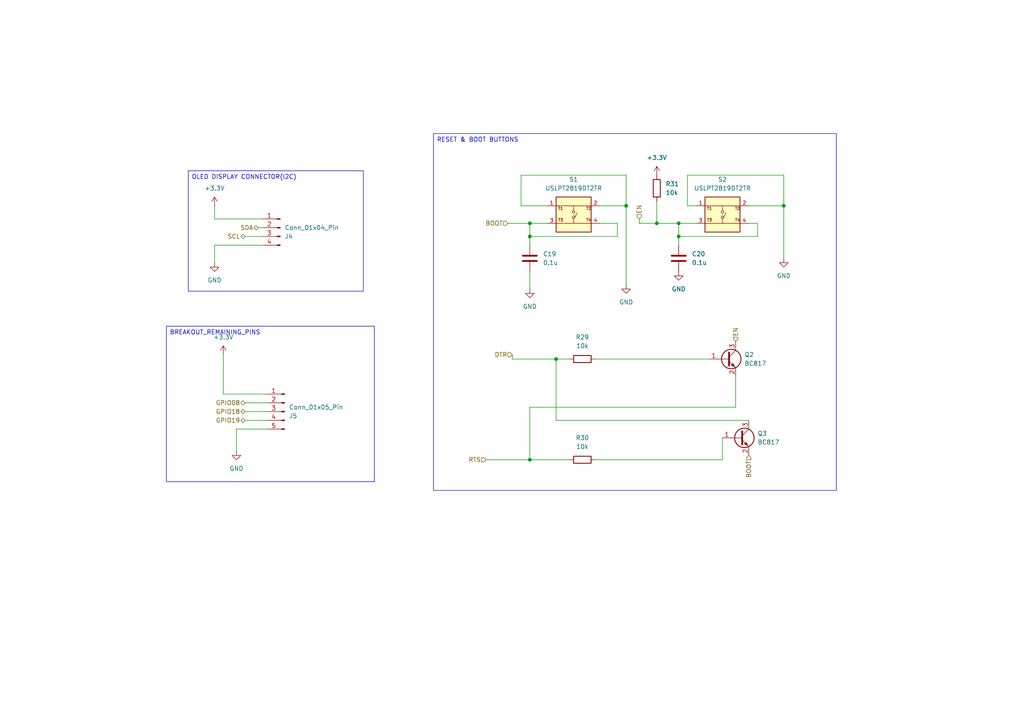
<source format=kicad_sch>
(kicad_sch (version 20250114) (generator "eeschema") (generator_version "9.0")
  (paper "A4")
  (lib_symbols
    (symbol "Connector:Conn_01x04_Pin" (pin_names (offset 1.016) (hide yes))
      (property "Reference" "J" (at 0 5.08 0))
      (property "Value" "Conn_01x04_Pin" (at 0 -7.62 0))
      (symbol "Conn_01x04_Pin_1_1"
        (rectangle (start 0.8636 2.667) (end 0 2.413) (stroke (width 0.1524)) (fill (type outline)))
        (rectangle (start 0.8636 0.127) (end 0 -0.127) (stroke (width 0.1524)) (fill (type outline)))
        (rectangle (start 0.8636 -2.413) (end 0 -2.667) (stroke (width 0.1524)) (fill (type outline)))
        (rectangle (start 0.8636 -4.953) (end 0 -5.207) (stroke (width 0.1524)) (fill (type outline)))
        (polyline (pts (xy 1.27 2.54) (xy 0.8636 2.54)) (stroke (width 0.1524)))
        (polyline (pts (xy 1.27 0) (xy 0.8636 0)) (stroke (width 0.1524)))
        (polyline (pts (xy 1.27 -2.54) (xy 0.8636 -2.54)) (stroke (width 0.1524)))
        (polyline (pts (xy 1.27 -5.08) (xy 0.8636 -5.08)) (stroke (width 0.1524)))
        (pin passive line (at 5.08 2.54 180) (length 3.81) (name "Pin_1") (number "1"))
        (pin passive line (at 5.08 0 180) (length 3.81) (name "Pin_2") (number "2"))
        (pin passive line (at 5.08 -2.54 180) (length 3.81) (name "Pin_3") (number "3"))
        (pin passive line (at 5.08 -5.08 180) (length 3.81) (name "Pin_4") (number "4"))
      )
    )
    (symbol "Connector:Conn_01x05_Pin" (pin_names (offset 1.016) (hide yes))
      (property "Reference" "J" (at 0 7.62 0))
      (property "Value" "Conn_01x05_Pin" (at 0 -7.62 0))
      (symbol "Conn_01x05_Pin_1_1"
        (rectangle (start 0.8636 5.207) (end 0 4.953) (stroke (width 0.1524)) (fill (type outline)))
        (rectangle (start 0.8636 2.667) (end 0 2.413) (stroke (width 0.1524)) (fill (type outline)))
        (rectangle (start 0.8636 0.127) (end 0 -0.127) (stroke (width 0.1524)) (fill (type outline)))
        (rectangle (start 0.8636 -2.413) (end 0 -2.667) (stroke (width 0.1524)) (fill (type outline)))
        (rectangle (start 0.8636 -4.953) (end 0 -5.207) (stroke (width 0.1524)) (fill (type outline)))
        (polyline (pts (xy 1.27 5.08) (xy 0.8636 5.08)) (stroke (width 0.1524)))
        (polyline (pts (xy 1.27 2.54) (xy 0.8636 2.54)) (stroke (width 0.1524)))
        (polyline (pts (xy 1.27 0) (xy 0.8636 0)) (stroke (width 0.1524)))
        (polyline (pts (xy 1.27 -2.54) (xy 0.8636 -2.54)) (stroke (width 0.1524)))
        (polyline (pts (xy 1.27 -5.08) (xy 0.8636 -5.08)) (stroke (width 0.1524)))
        (pin passive line (at 5.08 5.08 180) (length 3.81) (name "Pin_1") (number "1"))
        (pin passive line (at 5.08 2.54 180) (length 3.81) (name "Pin_2") (number "2"))
        (pin passive line (at 5.08 0 180) (length 3.81) (name "Pin_3") (number "3"))
        (pin passive line (at 5.08 -2.54 180) (length 3.81) (name "Pin_4") (number "4"))
        (pin passive line (at 5.08 -5.08 180) (length 3.81) (name "Pin_5") (number "5"))
      )
    )
    (symbol "Device:C" (pin_numbers (hide yes)) (pin_names (offset 0.254))
      (property "Reference" "C" (at 0.635 2.54 0))
      (property "Value" "C" (at 0.635 -2.54 0))
      (symbol "C_0_1"
        (polyline (pts (xy -2.032 0.762) (xy 2.032 0.762)) (stroke (width 0.508)))
        (polyline (pts (xy -2.032 -0.762) (xy 2.032 -0.762)) (stroke (width 0.508)))
      )
      (symbol "C_1_1"
        (pin passive line (at 0 3.81 270) (length 2.794) (name "~") (number "1"))
        (pin passive line (at 0 -3.81 90) (length 2.794) (name "~") (number "2"))
      )
    )
    (symbol "Device:R" (pin_numbers (hide yes)) (pin_names (offset 0))
      (property "Reference" "R" (at 2.032 0 90))
      (property "Value" "R" (at 0 0 90))
      (symbol "R_0_1"
        (rectangle (start -1.016 -2.54) (end 1.016 2.54) (stroke (width 0.254)))
      )
      (symbol "R_1_1"
        (pin passive line (at 0 3.81 270) (length 1.27) (name "~") (number "1"))
        (pin passive line (at 0 -3.81 90) (length 1.27) (name "~") (number "2"))
      )
    )
    (symbol "Transistor_BJT:BC817" (pin_names (offset 0) (hide yes))
      (property "Reference" "Q" (at 5.08 1.905 0))
      (property "Value" "BC817" (at 5.08 0 0))
      (symbol "BC817_0_1"
        (polyline (pts (xy -2.54 0) (xy 0.635 0)))
        (polyline (pts (xy 0.635 1.905) (xy 0.635 -1.905)) (stroke (width 0.508)))
        (circle (center 1.27 0) (radius 2.8194) (stroke (width 0.254)))
      )
      (symbol "BC817_1_1"
        (polyline (pts (xy 0.635 0.635) (xy 2.54 2.54)))
        (polyline (pts (xy 0.635 -0.635) (xy 2.54 -2.54)))
        (polyline (pts (xy 1.27 -1.778) (xy 1.778 -1.27) (xy 2.286 -2.286) (xy 1.27 -1.778)) (fill (type outline)))
        (pin input line (at -5.08 0 0) (length 2.54) (name "B") (number "1"))
        (pin passive line (at 2.54 5.08 270) (length 2.54) (name "C") (number "3"))
        (pin passive line (at 2.54 -5.08 90) (length 2.54) (name "E") (number "2"))
      )
    )
    (symbol "USLPT2819DT2TR:USLPT2819DT2TR" (pin_names (offset 1.016))
      (property "Reference" "S" (at -5.08 5.08 0))
      (property "Value" "USLPT2819DT2TR" (at -5.08 -7.62 0))
      (symbol "USLPT2819DT2TR_0_0"
        (polyline (pts (xy -5.08 2.54) (xy 0 2.54)) (stroke (width 0.1524)))
        (polyline (pts (xy -5.08 -2.54) (xy 0 -2.54)) (stroke (width 0.1524)))
        (rectangle (start -5.08 -5.08) (end 5.08 5.08) (stroke (width 0.254)) (fill (type background)))
        (polyline (pts (xy 0 2.54) (xy 5.08 2.54)) (stroke (width 0.1524)))
        (polyline (pts (xy 0 1.143) (xy 0 2.54)) (stroke (width 0.1524)))
        (circle (center 0 0.762) (radius 0.3592) (stroke (width 0.1524)))
        (circle (center 0 -0.762) (radius 0.3592) (stroke (width 0.1524)))
        (polyline (pts (xy 0 -2.54) (xy 0 -1.143)) (stroke (width 0.1524)))
        (polyline (pts (xy 0 -2.54) (xy 5.08 -2.54)) (stroke (width 0.1524)))
        (polyline (pts (xy 0.254 -1.016) (xy 1.016 0.508)) (stroke (width 0.1524)))
        (text "T1" (at -4.572 1.27 0) (effects (font (size 0.8128 0.8128)) (justify left bottom)))
        (text "T3" (at -4.572 -2.032 0) (effects (font (size 0.8128 0.8128)) (justify left bottom)))
        (text "T2" (at 3.556 1.27 0) (effects (font (size 0.8128 0.8128)) (justify left bottom)))
        (text "T4" (at 3.556 -2.032 0) (effects (font (size 0.8128 0.8128)) (justify left bottom)))
        (pin passive line (at -7.62 2.54 0) (length 2.54) (name "~") (number "1"))
        (pin passive line (at -7.62 -2.54 0) (length 2.54) (name "~") (number "3"))
        (pin passive line (at 7.62 2.54 180) (length 2.54) (name "~") (number "2"))
        (pin passive line (at 7.62 -2.54 180) (length 2.54) (name "~") (number "4"))
      )
    )
    (symbol "power:+3.3V" (power) (pin_numbers (hide yes)) (pin_names (offset 0) (hide yes))
      (property "Value" "+3.3V" (at 0 3.556 0))
      (symbol "+3.3V_0_1"
        (polyline (pts (xy -0.762 1.27) (xy 0 2.54)))
        (polyline (pts (xy 0 2.54) (xy 0.762 1.27)))
        (polyline (pts (xy 0 0) (xy 0 2.54)))
      )
      (symbol "+3.3V_1_1"
        (pin power_in line (at 0 0 90) (length 0) (name "~") (number "1"))
      )
    )
    (symbol "power:GND" (power) (pin_numbers (hide yes)) (pin_names (offset 0) (hide yes))
      (property "Value" "GND" (at 0 -3.81 0))
      (symbol "GND_0_1"
        (polyline (pts (xy 0 0) (xy 0 -1.27) (xy 1.27 -1.27) (xy 0 -2.54) (xy -1.27 -1.27) (xy 0 -1.27)))
      )
      (symbol "GND_1_1"
        (pin power_in line (at 0 0 270) (length 0) (name "~") (number "1"))
      )
    )
  )
  (text_box "RESET & BOOT BUTTONS\n" (at 125.73 38.735 0) (size 116.84 103.505) (margins 0.9525 0.9525 0.9525 0.9525) (effects (font (size 1.27 1.27)) (justify left top)))
  (text_box "OLED DISPLAY CONNECTOR(I2C)" (at 54.61 49.53 0) (size 50.8 34.925) (margins 0.9525 0.9525 0.9525 0.9525) (effects (font (size 1.27 1.27)) (justify left top)))
  (text_box "BREAKOUT_REMAINING_PINS\n" (at 48.26 94.615 0) (size 60.325 45.085) (margins 0.9525 0.9525 0.9525 0.9525) (effects (font (size 1.27 1.27)) (justify left top)))
  (junction (at 153.67 133.35))
  (junction (at 153.67 64.77))
  (junction (at 227.33 59.69))
  (junction (at 153.67 68.58))
  (junction (at 196.85 68.58))
  (junction (at 190.5 64.77))
  (junction (at 196.85 64.77))
  (junction (at 161.29 104.14))
  (junction (at 181.61 59.69))
  (wire (pts (xy 181.61 50.8) (xy 181.61 59.69)))
  (wire (pts (xy 62.23 76.2) (xy 62.23 71.12)))
  (wire (pts (xy 227.33 50.8) (xy 227.33 59.69)))
  (wire (pts (xy 153.67 118.11) (xy 153.67 133.35)))
  (wire (pts (xy 161.29 104.14) (xy 148.59 104.14)))
  (wire (pts (xy 64.77 114.3) (xy 77.47 114.3)))
  (wire (pts (xy 153.67 78.74) (xy 153.67 83.82)))
  (wire (pts (xy 199.39 59.69) (xy 199.39 50.8)))
  (wire (pts (xy 151.13 50.8) (xy 181.61 50.8)))
  (wire (pts (xy 68.58 130.81) (xy 68.58 124.46)))
  (wire (pts (xy 185.42 64.77) (xy 190.5 64.77)))
  (wire (pts (xy 153.67 64.77) (xy 158.75 64.77)))
  (wire (pts (xy 147.32 64.77) (xy 153.67 64.77)))
  (wire (pts (xy 199.39 50.8) (xy 227.33 50.8)))
  (wire (pts (xy 179.07 68.58) (xy 153.67 68.58)))
  (wire (pts (xy 173.99 59.69) (xy 181.61 59.69)))
  (wire (pts (xy 172.72 133.35) (xy 209.55 133.35)))
  (wire (pts (xy 217.17 64.77) (xy 219.71 64.77)))
  (wire (pts (xy 62.23 63.5) (xy 62.23 59.69)))
  (wire (pts (xy 190.5 64.77) (xy 196.85 64.77)))
  (wire (pts (xy 151.13 59.69) (xy 151.13 50.8)))
  (wire (pts (xy 71.12 116.84) (xy 77.47 116.84)))
  (wire (pts (xy 71.12 68.58) (xy 76.2 68.58)))
  (wire (pts (xy 185.42 63.5) (xy 185.42 64.77)))
  (wire (pts (xy 153.67 68.58) (xy 153.67 71.12)))
  (wire (pts (xy 165.1 104.14) (xy 161.29 104.14)))
  (wire (pts (xy 153.67 64.77) (xy 153.67 68.58)))
  (wire (pts (xy 172.72 104.14) (xy 205.74 104.14)))
  (wire (pts (xy 148.59 102.87) (xy 148.59 104.14)))
  (wire (pts (xy 158.75 59.69) (xy 151.13 59.69)))
  (wire (pts (xy 196.85 64.77) (xy 201.93 64.77)))
  (wire (pts (xy 179.07 64.77) (xy 179.07 68.58)))
  (wire (pts (xy 209.55 133.35) (xy 209.55 127)))
  (wire (pts (xy 219.71 68.58) (xy 196.85 68.58)))
  (wire (pts (xy 213.36 109.22) (xy 213.36 118.11)))
  (wire (pts (xy 161.29 104.14) (xy 161.29 121.92)))
  (wire (pts (xy 153.67 133.35) (xy 165.1 133.35)))
  (wire (pts (xy 196.85 68.58) (xy 196.85 71.12)))
  (wire (pts (xy 62.23 71.12) (xy 76.2 71.12)))
  (wire (pts (xy 173.99 64.77) (xy 179.07 64.77)))
  (wire (pts (xy 201.93 59.69) (xy 199.39 59.69)))
  (wire (pts (xy 217.17 59.69) (xy 227.33 59.69)))
  (wire (pts (xy 76.2 63.5) (xy 62.23 63.5)))
  (wire (pts (xy 213.36 118.11) (xy 153.67 118.11)))
  (wire (pts (xy 227.33 59.69) (xy 227.33 74.93)))
  (wire (pts (xy 181.61 59.69) (xy 181.61 82.55)))
  (wire (pts (xy 140.97 133.35) (xy 153.67 133.35)))
  (wire (pts (xy 71.12 121.92) (xy 77.47 121.92)))
  (wire (pts (xy 68.58 124.46) (xy 77.47 124.46)))
  (wire (pts (xy 196.85 64.77) (xy 196.85 68.58)))
  (wire (pts (xy 217.17 121.92) (xy 161.29 121.92)))
  (wire (pts (xy 190.5 58.42) (xy 190.5 64.77)))
  (wire (pts (xy 71.12 119.38) (xy 77.47 119.38)))
  (wire (pts (xy 219.71 64.77) (xy 219.71 68.58)))
  (wire (pts (xy 64.77 102.87) (xy 64.77 114.3)))
  (wire (pts (xy 74.93 66.04) (xy 76.2 66.04)))
  (hierarchical_label "DTR" (shape input) (at 148.59 102.87 180))
  (hierarchical_label "SCL" (shape bidirectional) (at 71.12 68.58 180))
  (hierarchical_label "EN" (shape input) (at 185.42 63.5 90))
  (hierarchical_label "RTS" (shape input) (at 140.97 133.35 180))
  (hierarchical_label "BOOT" (shape input) (at 217.17 132.08 270))
  (hierarchical_label "SDA" (shape bidirectional) (at 74.93 66.04 180))
  (hierarchical_label "EN" (shape input) (at 213.36 99.06 90))
  (hierarchical_label "GPIO18" (shape bidirectional) (at 71.12 119.38 180))
  (hierarchical_label "BOOT" (shape input) (at 147.32 64.77 180))
  (hierarchical_label "GPIO19" (shape bidirectional) (at 71.12 121.92 180))
  (hierarchical_label "GPIO08" (shape bidirectional) (at 71.12 116.84 180))
  (symbol (lib_id "power:GND") (at 153.67 83.82 0) (unit 1)
    (property "Reference" "#PWR051" (effects (hide yes)))
    (property "Value" "GND" (at 153.67 88.9 0))
    (property "Description" "Power symbol creates a global label with name \"GND\" , ground" (effects (hide yes)))
  )
  (symbol (lib_id "Device:R") (at 168.91 104.14 90) (unit 1)
    (property "Reference" "R29" (at 168.91 97.79 90))
    (property "Value" "10k" (at 168.91 100.33 90))
    (property "Footprint" "Resistor_SMD:R_0805_2012Metric" (effects (hide yes)))
    (property "Description" "Resistor" (effects (hide yes)))
  )
  (symbol (lib_id "Connector:Conn_01x05_Pin") (at 82.55 119.38 0) (mirror y) (unit 1)
    (property "Reference" "J5" (at 83.82 120.6501 0) (effects (justify right)))
    (property "Value" "Conn_01x05_Pin" (at 83.82 118.1101 0) (effects (justify right)))
    (property "Footprint" "Connector_PinSocket_2.54mm:PinSocket_1x05_P2.54mm_Vertical" (effects (hide yes)))
    (property "Description" "Generic connector, single row, 01x05, script generated" (effects (hide yes)))
  )
  (symbol (lib_id "USLPT2819DT2TR:USLPT2819DT2TR") (at 166.37 62.23 0) (unit 1)
    (property "Reference" "S1" (at 166.37 52.07 0))
    (property "Value" "USLPT2819DT2TR" (at 166.37 54.61 0))
    (property "Footprint" "ESP32 PROJECT LIB:SW_USLPT2819DT2TR" (effects (hide yes)))
    (property "MF" "TE Connectivity" (effects (hide yes)))
    (property "Description_1" "Tactile Switch SPST-NO Top Actuated Surface Mount" (effects (hide yes)))
    (property "Package" "None" (effects (hide yes)))
    (property "Price" "None" (effects (hide yes)))
    (property "Check_prices" "https://www.snapeda.com/parts/USLPT2819DT2TR/TE+Connectivity+ALCOSWITCH+Switches/view-part/?ref=eda" (effects (hide yes)))
    (property "STANDARD" "Manufacturer Recommendations" (effects (hide yes)))
    (property "PARTREV" "P" (effects (hide yes)))
    (property "SnapEDA_Link" "https://www.snapeda.com/parts/USLPT2819DT2TR/TE+Connectivity+ALCOSWITCH+Switches/view-part/?ref=snap" (effects (hide yes)))
    (property "MP" "USLPT2819DT2TR" (effects (hide yes)))
    (property "Availability" "In Stock" (effects (hide yes)))
    (property "MANUFACTURER" "TE CONNECTIVITY" (effects (hide yes)))
  )
  (symbol (lib_id "power:+3.3V") (at 62.23 59.69 0) (unit 1)
    (property "Reference" "#PWR047" (effects (hide yes)))
    (property "Value" "+3.3V" (at 62.23 54.61 0))
    (property "Description" "Power symbol creates a global label with name \"+3.3V\"" (effects (hide yes)))
  )
  (symbol (lib_id "Transistor_BJT:BC817") (at 210.82 104.14 0) (unit 1)
    (property "Reference" "Q2" (at 215.9 102.8699 0) (effects (justify left)))
    (property "Value" "BC817" (at 215.9 105.4099 0) (effects (justify left)))
    (property "Footprint" "Package_TO_SOT_SMD:SOT-23" (effects (hide yes)))
    (property "Datasheet" "https://www.onsemi.com/pub/Collateral/BC818-D.pdf" (effects (hide yes)))
    (property "Description" "0.8A Ic, 45V Vce, NPN Transistor, SOT-23" (effects (hide yes)))
  )
  (symbol (lib_id "Device:C") (at 153.67 74.93 0) (unit 1)
    (property "Reference" "C19" (at 157.48 73.6599 0) (effects (justify left)))
    (property "Value" "0.1u" (at 157.48 76.1999 0) (effects (justify left)))
    (property "Footprint" "Capacitor_SMD:C_0805_2012Metric" (effects (hide yes)))
    (property "Description" "Unpolarized capacitor" (effects (hide yes)))
  )
  (symbol (lib_id "USLPT2819DT2TR:USLPT2819DT2TR") (at 209.55 62.23 0) (unit 1)
    (property "Reference" "S2" (at 209.55 52.07 0))
    (property "Value" "USLPT2819DT2TR" (at 209.55 54.61 0))
    (property "Footprint" "ESP32 PROJECT LIB:SW_USLPT2819DT2TR" (effects (hide yes)))
    (property "MF" "TE Connectivity" (effects (hide yes)))
    (property "Description_1" "Tactile Switch SPST-NO Top Actuated Surface Mount" (effects (hide yes)))
    (property "Package" "None" (effects (hide yes)))
    (property "Price" "None" (effects (hide yes)))
    (property "Check_prices" "https://www.snapeda.com/parts/USLPT2819DT2TR/TE+Connectivity+ALCOSWITCH+Switches/view-part/?ref=eda" (effects (hide yes)))
    (property "STANDARD" "Manufacturer Recommendations" (effects (hide yes)))
    (property "PARTREV" "P" (effects (hide yes)))
    (property "SnapEDA_Link" "https://www.snapeda.com/parts/USLPT2819DT2TR/TE+Connectivity+ALCOSWITCH+Switches/view-part/?ref=snap" (effects (hide yes)))
    (property "MP" "USLPT2819DT2TR" (effects (hide yes)))
    (property "Availability" "In Stock" (effects (hide yes)))
    (property "MANUFACTURER" "TE CONNECTIVITY" (effects (hide yes)))
  )
  (symbol (lib_id "power:GND") (at 227.33 74.93 0) (unit 1)
    (property "Reference" "#PWR055" (effects (hide yes)))
    (property "Value" "GND" (at 227.33 80.01 0))
    (property "Description" "Power symbol creates a global label with name \"GND\" , ground" (effects (hide yes)))
  )
  (symbol (lib_id "Device:R") (at 190.5 54.61 180) (unit 1)
    (property "Reference" "R31" (at 193.04 53.3399 0) (effects (justify right)))
    (property "Value" "10k" (at 193.04 55.8799 0) (effects (justify right)))
    (property "Footprint" "Resistor_SMD:R_0805_2012Metric" (effects (hide yes)))
    (property "Description" "Resistor" (effects (hide yes)))
  )
  (symbol (lib_id "Connector:Conn_01x04_Pin") (at 81.28 66.04 0) (mirror y) (unit 1)
    (property "Reference" "J4" (at 82.55 68.5801 0) (effects (justify right)))
    (property "Value" "Conn_01x04_Pin" (at 82.55 66.0401 0) (effects (justify right)))
    (property "Footprint" "Connector_PinSocket_2.54mm:PinSocket_1x04_P2.54mm_Vertical" (effects (hide yes)))
    (property "Description" "Generic connector, single row, 01x04, script generated" (effects (hide yes)))
  )
  (symbol (lib_id "power:GND") (at 196.85 78.74 0) (unit 1)
    (property "Reference" "#PWR054" (effects (hide yes)))
    (property "Value" "GND" (at 196.85 83.82 0))
    (property "Description" "Power symbol creates a global label with name \"GND\" , ground" (effects (hide yes)))
  )
  (symbol (lib_id "power:GND") (at 62.23 76.2 0) (unit 1)
    (property "Reference" "#PWR048" (effects (hide yes)))
    (property "Value" "GND" (at 62.23 81.28 0))
    (property "Description" "Power symbol creates a global label with name \"GND\" , ground" (effects (hide yes)))
  )
  (symbol (lib_id "Device:C") (at 196.85 74.93 0) (unit 1)
    (property "Reference" "C20" (at 200.66 73.6599 0) (effects (justify left)))
    (property "Value" "0.1u" (at 200.66 76.1999 0) (effects (justify left)))
    (property "Footprint" "Capacitor_SMD:C_0805_2012Metric" (effects (hide yes)))
    (property "Description" "Unpolarized capacitor" (effects (hide yes)))
  )
  (symbol (lib_id "power:+3.3V") (at 64.77 102.87 0) (unit 1)
    (property "Reference" "#PWR049" (effects (hide yes)))
    (property "Value" "+3.3V" (at 64.77 97.79 0))
    (property "Description" "Power symbol creates a global label with name \"+3.3V\"" (effects (hide yes)))
  )
  (symbol (lib_id "Device:R") (at 168.91 133.35 90) (unit 1)
    (property "Reference" "R30" (at 168.91 127 90))
    (property "Value" "10k" (at 168.91 129.54 90))
    (property "Footprint" "Resistor_SMD:R_0805_2012Metric" (effects (hide yes)))
    (property "Description" "Resistor" (effects (hide yes)))
  )
  (symbol (lib_id "Transistor_BJT:BC817") (at 214.63 127 0) (unit 1)
    (property "Reference" "Q3" (at 219.71 125.7299 0) (effects (justify left)))
    (property "Value" "BC817" (at 219.71 128.2699 0) (effects (justify left)))
    (property "Footprint" "Package_TO_SOT_SMD:SOT-23" (effects (hide yes)))
    (property "Datasheet" "https://www.onsemi.com/pub/Collateral/BC818-D.pdf" (effects (hide yes)))
    (property "Description" "0.8A Ic, 45V Vce, NPN Transistor, SOT-23" (effects (hide yes)))
  )
  (symbol (lib_id "power:GND") (at 68.58 130.81 0) (unit 1)
    (property "Reference" "#PWR050" (effects (hide yes)))
    (property "Value" "GND" (at 68.58 135.89 0))
    (property "Description" "Power symbol creates a global label with name \"GND\" , ground" (effects (hide yes)))
  )
  (symbol (lib_id "power:+3.3V") (at 190.5 50.8 0) (unit 1)
    (property "Reference" "#PWR053" (effects (hide yes)))
    (property "Value" "+3.3V" (at 190.5 45.72 0))
    (property "Description" "Power symbol creates a global label with name \"+3.3V\"" (effects (hide yes)))
  )
  (symbol (lib_id "power:GND") (at 181.61 82.55 0) (unit 1)
    (property "Reference" "#PWR052" (effects (hide yes)))
    (property "Value" "GND" (at 181.61 87.63 0))
    (property "Description" "Power symbol creates a global label with name \"GND\" , ground" (effects (hide yes)))
  )
)
</source>
